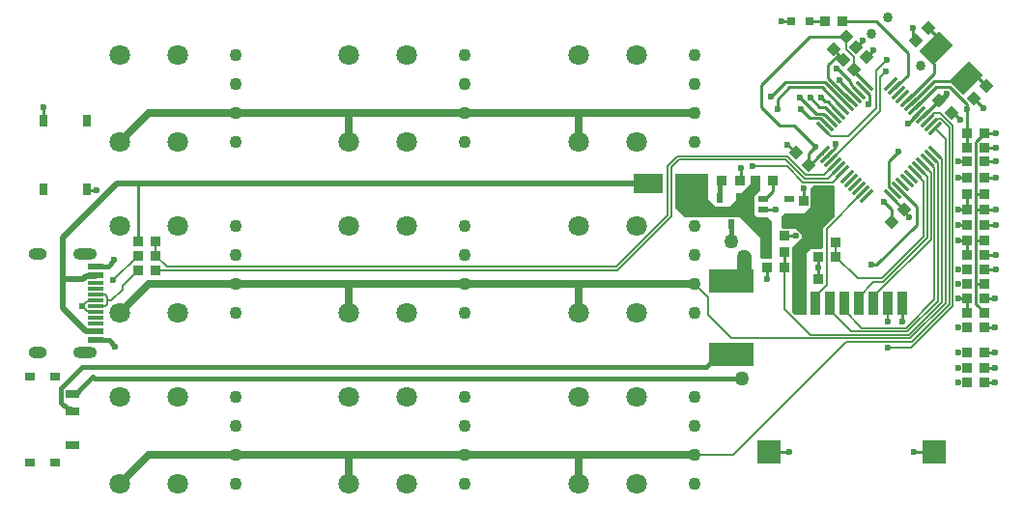
<source format=gbl>
G04*
G04 #@! TF.GenerationSoftware,Altium Limited,Altium Designer,19.1.9 (167)*
G04*
G04 Layer_Physical_Order=2*
G04 Layer_Color=16711680*
%FSLAX25Y25*%
%MOIN*%
G70*
G01*
G75*
%ADD10C,0.00600*%
%ADD24C,0.02000*%
%ADD25C,0.01000*%
%ADD26C,0.02500*%
%ADD27C,0.01500*%
%ADD28O,0.08268X0.03937*%
%ADD29O,0.06299X0.03937*%
%ADD30C,0.03400*%
%ADD31C,0.07087*%
%ADD32C,0.04331*%
%ADD33C,0.05000*%
%ADD34C,0.02362*%
%ADD35R,0.03543X0.03150*%
%ADD36R,0.04921X0.03150*%
G04:AMPARAMS|DCode=37|XSize=66.93mil|YSize=94.49mil|CornerRadius=0mil|HoleSize=0mil|Usage=FLASHONLY|Rotation=315.000|XOffset=0mil|YOffset=0mil|HoleType=Round|Shape=Rectangle|*
%AMROTATEDRECTD37*
4,1,4,-0.05707,-0.00974,0.00974,0.05707,0.05707,0.00974,-0.00974,-0.05707,-0.05707,-0.00974,0.0*
%
%ADD37ROTATEDRECTD37*%

%ADD38R,0.07874X0.07874*%
%ADD39R,0.03543X0.07874*%
%ADD40R,0.03347X0.03347*%
%ADD41R,0.15748X0.07874*%
%ADD42P,0.04733X4X90.0*%
%ADD43R,0.03150X0.03150*%
G04:AMPARAMS|DCode=44|XSize=11mil|YSize=58mil|CornerRadius=0mil|HoleSize=0mil|Usage=FLASHONLY|Rotation=315.000|XOffset=0mil|YOffset=0mil|HoleType=Round|Shape=Rectangle|*
%AMROTATEDRECTD44*
4,1,4,-0.02439,-0.01662,0.01662,0.02439,0.02439,0.01662,-0.01662,-0.02439,-0.02439,-0.01662,0.0*
%
%ADD44ROTATEDRECTD44*%

G04:AMPARAMS|DCode=45|XSize=11mil|YSize=58mil|CornerRadius=0mil|HoleSize=0mil|Usage=FLASHONLY|Rotation=45.000|XOffset=0mil|YOffset=0mil|HoleType=Round|Shape=Rectangle|*
%AMROTATEDRECTD45*
4,1,4,0.01662,-0.02439,-0.02439,0.01662,-0.01662,0.02439,0.02439,-0.01662,0.01662,-0.02439,0.0*
%
%ADD45ROTATEDRECTD45*%

%ADD46R,0.09843X0.06693*%
%ADD47R,0.05709X0.01181*%
%ADD48R,0.05709X0.02362*%
%ADD49R,0.02953X0.03937*%
%ADD50P,0.04733X4X180.0*%
%ADD51R,0.03347X0.03347*%
%ADD52R,0.02362X0.03543*%
%ADD53R,0.03543X0.02362*%
%ADD54C,0.05000*%
G36*
X236100Y123350D02*
D01*
D01*
Y114800D01*
X238700Y112200D01*
X243500Y112200D01*
X245900Y114600D01*
X245900Y116800D01*
X247600Y116800D01*
X250800Y120000D01*
X250800Y122700D01*
X254000D01*
X254000Y117900D01*
X252000Y115900D01*
Y109600D01*
X253200Y108400D01*
X256700D01*
X258200Y106900D01*
X258200Y94400D01*
X257900Y94100D01*
X254700D01*
X254100Y94700D01*
Y101500D01*
X254000D01*
X247000Y108500D01*
X228200D01*
X224900Y111800D01*
Y123350D01*
X236100D01*
D02*
G37*
G36*
X279200Y119600D02*
X279700Y119100D01*
Y108500D01*
X275900Y104700D01*
X275900Y98000D01*
X275300Y97400D01*
X271500D01*
X270100Y96000D01*
X270100Y75100D01*
X269700Y74700D01*
X266000Y74700D01*
X265200Y75500D01*
X265200Y98000D01*
X268500Y101300D01*
X268500Y102600D01*
X266600Y104500D01*
X262200D01*
X261600Y105100D01*
X261600Y108900D01*
X262400Y109700D01*
X269200Y109700D01*
X271300Y111800D01*
Y118400D01*
X272500Y119600D01*
X279200Y119600D01*
D02*
G37*
D10*
X306431Y65443D02*
X319300Y78312D01*
X283742Y65443D02*
X306431D01*
X244796Y26496D02*
X283742Y65443D01*
X305934Y66642D02*
X318100Y78809D01*
X244057Y66642D02*
X305934D01*
X305437Y67843D02*
X316800Y79206D01*
X271458Y67843D02*
X305437D01*
X304940Y69042D02*
X315400Y79503D01*
X285457Y69042D02*
X304940D01*
X297976Y72324D02*
Y78681D01*
X304443Y70243D02*
X314200Y80000D01*
X289258Y70243D02*
X304443D01*
X277976Y76524D02*
X285457Y69042D01*
X236000Y74700D02*
X244057Y66642D01*
X319300Y78312D02*
Y139503D01*
X282976Y76524D02*
X289258Y70243D01*
X231386Y26496D02*
X244796D01*
X262551Y76749D02*
X271458Y67843D01*
X277976Y76524D02*
Y78681D01*
X231386Y85551D02*
X236000Y80937D01*
Y74700D02*
Y80937D01*
X263406Y126100D02*
X268925Y120581D01*
X295400Y153621D02*
X295438Y153583D01*
X295400Y145703D02*
X295438Y145741D01*
X294238Y146238D02*
Y153086D01*
X294200Y153124D02*
X294238Y153086D01*
X284300Y136300D02*
X294238Y146238D01*
X295400Y145158D02*
Y145703D01*
X295438Y145741D02*
Y153583D01*
X275625Y139101D02*
X278427Y136300D01*
X279167Y120581D02*
X282555Y123969D01*
X251500Y126100D02*
X263406D01*
X278427Y136300D02*
X284300D01*
X294200Y153124D02*
Y159200D01*
X297849Y162848D01*
X295400Y153621D02*
Y156700D01*
X278383Y128141D02*
X295400Y145158D01*
Y156700D02*
X297400Y158700D01*
X268925Y120581D02*
X279167D01*
X34100Y84851D02*
X39449Y90200D01*
X34100Y83500D02*
Y84851D01*
X30226Y79626D02*
X34100Y83500D01*
X296503Y86100D02*
X311800Y101397D01*
X293230Y86100D02*
X296503D01*
X287976Y80847D02*
X293230Y86100D01*
X223400Y125703D02*
X226097Y128400D01*
X223400Y108700D02*
Y125703D01*
X204900Y90200D02*
X223400Y108700D01*
X222200Y126200D02*
X225600Y129600D01*
X222200Y109197D02*
Y126200D01*
X204403Y91400D02*
X222200Y109197D01*
X28878Y79626D02*
Y80873D01*
X28058Y81693D02*
X28878Y80873D01*
X24783Y81693D02*
X28058D01*
X30900Y86651D02*
X39449Y95200D01*
X28878Y79626D02*
X30226D01*
X20000Y77756D02*
X21678Y79434D01*
X24493D01*
X24783Y79724D01*
X20000Y77756D02*
X21678Y76078D01*
X24493D01*
X24783Y75787D01*
X269422Y121781D02*
X277538D01*
X269919Y122981D02*
X276051D01*
X277538Y121781D02*
X281141Y125383D01*
X276051Y122981D02*
X279797Y126727D01*
X263300Y129600D02*
X269919Y122981D01*
X262803Y128400D02*
X269422Y121781D01*
X45551Y90200D02*
X204900D01*
X49351Y91400D02*
X204403D01*
X45551Y95200D02*
X49351Y91400D01*
X39400Y100049D02*
X39449Y100000D01*
X45551Y95200D02*
Y100000D01*
X28878Y78478D02*
Y79626D01*
X28156Y77756D02*
X28878Y78478D01*
X24783Y77756D02*
X28156D01*
X226097Y128400D02*
X262803D01*
X225600Y129600D02*
X263300D01*
X287851Y87300D02*
X296006D01*
X280251Y94900D02*
X287851Y87300D01*
X310600Y101894D02*
Y120814D01*
X296006Y87300D02*
X310600Y101894D01*
X280251Y94900D02*
Y99800D01*
X277200Y104613D02*
X289555Y116969D01*
X277200Y85100D02*
Y104613D01*
X274448Y82348D02*
X277200Y85100D01*
X274448Y80153D02*
Y82348D01*
X272976Y78681D02*
X274448Y80153D01*
X262551Y76749D02*
Y91000D01*
X305985Y63300D02*
X320500Y77815D01*
Y140000D01*
X298000Y63300D02*
X305985D01*
X318100Y78809D02*
Y135376D01*
X318950Y139853D02*
Y139900D01*
X316409Y142441D02*
X318950Y139900D01*
X315381Y142441D02*
X316409D01*
X313385Y140445D02*
X315381Y142441D01*
X316247Y144300D02*
X320150Y140397D01*
X314058Y144300D02*
X316247D01*
X320150Y140350D02*
Y140397D01*
X318950Y139853D02*
X319300Y139503D01*
X320150Y140350D02*
X320500Y140000D01*
X311617Y141859D02*
X314058Y144300D01*
X313031Y140445D02*
X313385D01*
X314375Y139101D02*
X318100Y135376D01*
X316800Y79206D02*
Y128447D01*
X314375Y130872D02*
X316800Y128447D01*
X314375Y130872D02*
Y130899D01*
X313031Y129555D02*
X315400Y127187D01*
Y79503D02*
Y127187D01*
X311617Y128141D02*
X314200Y125558D01*
Y80000D02*
Y125558D01*
X310203Y126727D02*
X313000Y123930D01*
Y100900D02*
Y123930D01*
X294248Y82148D02*
X313000Y100900D01*
X308859Y125383D02*
X311800Y122443D01*
Y101397D02*
Y122443D01*
X307445Y123969D02*
X310600Y120814D01*
X294248Y79953D02*
Y82148D01*
X292976Y78681D02*
X294248Y79953D01*
X282976Y76524D02*
Y78681D01*
X272976D02*
Y80847D01*
X24783Y75787D02*
X27047D01*
X287976Y78681D02*
Y80847D01*
X45551Y90200D02*
X46451Y91100D01*
X286343Y159343D02*
Y163657D01*
X283658Y166342D02*
X286343Y163657D01*
X283658Y166342D02*
Y170658D01*
D24*
X21450Y69276D02*
X24799D01*
X13500Y77226D02*
X21450Y69276D01*
X247740Y114437D02*
Y115028D01*
X39400Y120100D02*
X215426D01*
X32204D02*
X39400D01*
X13500Y101396D02*
X32204Y120100D01*
X13500Y86900D02*
Y101396D01*
X21450Y88205D02*
X24799D01*
X20484Y87239D02*
X21450Y88205D01*
X13500Y77226D02*
Y86900D01*
X13839Y87239D01*
X20484D01*
X24799Y88205D02*
X24980Y88386D01*
X24799Y69276D02*
X24980Y69095D01*
X231174Y120100D02*
X232375Y118899D01*
D25*
X303000Y72500D02*
Y78705D01*
X302976Y78681D02*
X303000Y78705D01*
X291600Y147400D02*
X291681Y147481D01*
Y150835D01*
X289555Y152961D02*
X291681Y150835D01*
X289555Y152961D02*
Y153031D01*
X301700Y131100D02*
X301737D01*
X298319Y127719D02*
X301700Y131100D01*
X298319Y119589D02*
Y127719D01*
Y119589D02*
X298783Y119125D01*
Y118631D02*
Y119125D01*
Y118631D02*
X300445Y116969D01*
X305100Y140700D02*
Y140857D01*
X308859Y144617D01*
X280080Y132667D02*
X280139Y132726D01*
X276969Y129555D02*
X280080Y132667D01*
X280139Y132726D02*
Y133739D01*
X280080Y132667D02*
Y133680D01*
X280100Y133700D01*
X308000Y105763D02*
Y112242D01*
X294264Y92027D02*
X308000Y105763D01*
X259981Y145919D02*
Y149281D01*
X275931Y144241D02*
X278312Y141859D01*
X259981Y149281D02*
X264000Y153300D01*
X276561Y148339D02*
X277418D01*
X259981Y145919D02*
X260000Y145900D01*
X271500Y149700D02*
X274600Y146600D01*
X276470D02*
X279797Y143273D01*
X276414Y155000D02*
X283969Y147445D01*
X278312Y141859D02*
X278383D01*
X292500Y92000D02*
X292527Y92027D01*
X281661Y155269D02*
X286727Y150203D01*
X275200Y149700D02*
X276561Y148339D01*
X301859Y118383D02*
X308000Y112242D01*
X276898Y140445D02*
X276969D01*
X292527Y92027D02*
X294264D01*
X275286Y153300D02*
X282555Y146031D01*
X281400Y155900D02*
X281661Y155639D01*
X273359Y144241D02*
X275931D01*
X262700Y155000D02*
X276414D01*
X274600Y146600D02*
X276470D01*
X271159Y142641D02*
X274702D01*
X281661Y155269D02*
Y155639D01*
X267800Y149800D02*
X273359Y144241D01*
X274702Y142641D02*
X276898Y140445D01*
X264000Y153300D02*
X275286D01*
X275150Y149700D02*
X275200D01*
X280600Y159800D02*
X280726D01*
X285000Y155526D01*
X275625Y130828D02*
Y130899D01*
X285000Y154758D02*
X288141Y151617D01*
X257700Y150000D02*
X262700Y155000D01*
X277418Y148339D02*
X281141Y144617D01*
X285000Y154758D02*
Y155526D01*
X268100Y145700D02*
X271159Y142641D01*
X325449Y145700D02*
Y147551D01*
X315715Y148785D02*
X318030Y151100D01*
X310203Y143273D02*
X315715Y148785D01*
X267949Y86500D02*
X269000Y87551D01*
X254600Y154000D02*
X271257Y170658D01*
X254600Y146500D02*
Y154000D01*
Y146500D02*
X260900Y140200D01*
X265900D01*
X273200Y132900D01*
X271257Y170658D02*
X283658D01*
X270657Y130358D02*
X273200Y132900D01*
X270657Y126342D02*
Y130358D01*
X331551Y137500D02*
X335500D01*
X278232Y116432D02*
Y116732D01*
X278139Y116339D02*
X278232Y116432D01*
X277391Y116339D02*
X278139D01*
X269000Y99800D02*
Y107949D01*
Y99800D02*
X274149D01*
X269000Y87551D02*
Y99800D01*
X267949Y78709D02*
Y86500D01*
X264028Y107260D02*
X268311D01*
X248035Y115323D02*
X248358Y115000D01*
X247740Y115618D02*
X248035Y115323D01*
X247740Y115028D02*
Y115618D01*
X254972Y111000D02*
X259500D01*
X39400Y100049D02*
Y120100D01*
X269000Y114051D02*
Y118500D01*
X263500Y133500D02*
X266342Y130657D01*
X274000Y91035D02*
Y94751D01*
Y87251D02*
Y91035D01*
Y90998D02*
Y91035D01*
Y90998D02*
X274149Y90849D01*
X274000Y94751D02*
X274149Y94900D01*
X299342Y106843D02*
Y111158D01*
X296700Y113800D02*
X299342Y111158D01*
X322600Y127900D02*
X325049D01*
X322400D02*
X322600D01*
Y111221D02*
X322600Y111221D01*
X325449D01*
X322000Y127500D02*
X322400Y127900D01*
X325049D02*
X325199Y127750D01*
X325449Y128000D01*
X268311Y107260D02*
X269000Y107949D01*
X6700Y141922D02*
Y146500D01*
Y141922D02*
X6890Y141732D01*
X262551Y91000D02*
Y96500D01*
X325449Y95500D02*
X325449Y95500D01*
Y100500D01*
X335500Y111221D02*
X335500Y111221D01*
X331551Y111221D02*
X335500D01*
X305600Y108476D02*
Y108476D01*
X303658Y110419D02*
X305600Y108476D01*
X303658Y110419D02*
Y111158D01*
X328600Y111300D02*
X328679Y111221D01*
X331551D01*
X328600Y111300D02*
Y134549D01*
Y100300D02*
Y111300D01*
Y85400D02*
Y100300D01*
Y78451D02*
Y85400D01*
X328964Y116464D02*
X331515D01*
X331551Y116500D01*
X328600Y100300D02*
X328800Y100500D01*
X331551D01*
X328600Y85400D02*
X328700Y85500D01*
X331551D01*
X328600Y78451D02*
X331020Y76031D01*
X328600Y134549D02*
X331551Y137500D01*
Y122244D02*
X335500D01*
X325449Y137500D02*
Y145700D01*
X318030Y151100D02*
X318415D01*
Y150256D02*
Y151100D01*
X316817Y148658D02*
X318415Y150256D01*
X319500Y153500D02*
X325449Y147551D01*
X314914Y153500D02*
X319500D01*
X303569Y111158D02*
X303658D01*
X306700Y170800D02*
Y173700D01*
Y170800D02*
X307842Y169658D01*
Y169343D02*
Y169658D01*
X322600Y80500D02*
X325449D01*
X325449Y80500D01*
X277500Y156574D02*
X285215Y148859D01*
X277500Y156574D02*
Y161000D01*
X281093Y164593D01*
X285215Y148859D02*
X285383D01*
X293000Y166000D02*
X293131D01*
X294000Y176000D02*
X305000Y165000D01*
X290789Y163657D02*
X293131Y166000D01*
X305000Y157587D02*
Y165000D01*
X300445Y153031D02*
X305000Y157587D01*
X287158Y167157D02*
X289500Y169500D01*
X282551Y176000D02*
X294000D01*
X281093Y164593D02*
X282842Y162843D01*
X279343Y166342D02*
X281093Y164593D01*
X327658Y149343D02*
X331000Y146000D01*
X307195Y168695D02*
X307842Y168048D01*
X21764Y117878D02*
X25071D01*
X325449Y132500D02*
Y137500D01*
X331551Y132500D02*
X335500D01*
X261500Y176000D02*
X264701D01*
X271000D02*
X276449D01*
X307445Y146031D02*
X314914Y153500D01*
X290657Y163657D02*
X290789D01*
X320657Y144343D02*
X323000Y142000D01*
X320158Y144343D02*
X320657D01*
X286343Y158931D02*
X290899Y154375D01*
X286343Y158931D02*
Y159343D01*
X270657Y126342D02*
X271069D01*
X275625Y130899D01*
X299101Y115625D02*
X303569Y111158D01*
X326548Y149343D02*
X327658D01*
X314086Y155500D02*
X320026D01*
X320150Y155376D01*
X324176D01*
X325150Y156350D01*
X306031Y147445D02*
X314086Y155500D01*
X314000Y158243D02*
Y161526D01*
X313876Y161650D02*
X314000Y161526D01*
X313876Y161650D02*
Y165676D01*
X314850Y166650D01*
X304617Y148859D02*
X314000Y158243D01*
X325150Y156350D02*
X325295Y156495D01*
X329320D01*
X332157Y153657D01*
X314850Y166650D02*
X314995Y166795D01*
Y170820D01*
X312158Y173658D02*
X314995Y170820D01*
X331551Y51500D02*
X335250D01*
X331551Y56500D02*
X335250D01*
X331551Y61654D02*
X335250D01*
X322600Y122244D02*
X325449D01*
Y111221D02*
Y116500D01*
X335500Y105709D02*
X335500Y105709D01*
X331551Y105709D02*
X335500D01*
X325449Y105709D02*
X325449Y105709D01*
X322600Y105709D02*
X325449D01*
Y100500D02*
X325449Y100500D01*
X322600Y100500D02*
X325449D01*
X335500Y95500D02*
X335500Y95500D01*
X331551Y95500D02*
X335500D01*
Y90500D02*
X335500Y90500D01*
X331551Y90500D02*
X335500D01*
X335250Y80500D02*
X335250Y80500D01*
X331551Y80500D02*
X335250D01*
Y70500D02*
X335250Y70500D01*
X331551Y70500D02*
X335250D01*
X325449Y75500D02*
Y80500D01*
X335250Y127750D02*
X335500Y128000D01*
X335250Y127750D02*
X335500D01*
X331551D02*
X335250D01*
X256449Y87051D02*
X256500Y87000D01*
X256449Y87051D02*
Y91000D01*
X262551Y102000D02*
X266000D01*
X254972Y107260D02*
X255563D01*
X247051Y121000D02*
X247500Y121449D01*
Y125500D01*
X256953Y27500D02*
X264000D01*
X307000D02*
X314000D01*
X274000Y87251D02*
X274051Y87200D01*
X267949Y78709D02*
X267976Y78681D01*
X112252Y144173D02*
X112685Y144606D01*
X191386Y144173D02*
X191819Y144606D01*
X112252Y85177D02*
X112626Y85551D01*
X191386Y85118D02*
X191819Y85551D01*
X112252Y26063D02*
X112685Y26496D01*
X191386Y26063D02*
X191819Y26496D01*
X256421Y115421D02*
X258551Y117551D01*
X255654Y115421D02*
X256421D01*
X254972Y114740D02*
X255654Y115421D01*
X258551Y117551D02*
Y121000D01*
X240260Y120311D02*
X240949Y121000D01*
X242500Y61100D02*
X242595Y61006D01*
D26*
X112685Y144606D02*
X152252D01*
X73118D02*
X112685D01*
X112252Y134606D02*
Y144173D01*
X191819Y144606D02*
X231386D01*
X152252D02*
X191819D01*
X191386Y134606D02*
Y144173D01*
X43118Y144606D02*
X73118D01*
X33118Y134606D02*
X43118Y144606D01*
X112626Y85551D02*
X152252D01*
X73000D02*
X112626D01*
X112252Y75551D02*
Y85177D01*
X191819Y85551D02*
X231386D01*
X152252D02*
X191819D01*
X191386Y75551D02*
Y85118D01*
X43000Y85551D02*
X73000D01*
X33000Y75551D02*
X43000Y85551D01*
X112685Y26496D02*
X152252D01*
X73118D02*
X112685D01*
X112252Y16496D02*
Y26063D01*
X191819Y26496D02*
X231386D01*
X152252D02*
X191819D01*
X191386Y16496D02*
Y26063D01*
X43118Y26496D02*
X73118D01*
X33118Y16496D02*
X43118Y26496D01*
D27*
X237900Y59100D02*
Y60600D01*
X235500Y56700D02*
X237900Y59100D01*
X20227Y56700D02*
X235500D01*
X24400Y52900D02*
X247800D01*
X23800Y53500D02*
X24400Y52900D01*
X244100Y100100D02*
Y105872D01*
X244000Y105972D02*
X244100Y105872D01*
X12921Y49394D02*
X20227Y56700D01*
X18641Y48341D02*
X23800Y53500D01*
X12921Y44479D02*
Y49394D01*
Y44479D02*
X15022Y42378D01*
X16105D01*
X16930Y41553D01*
X18641Y48283D02*
Y48341D01*
X17816Y47458D02*
X18641Y48283D01*
X16930Y47458D02*
X17816D01*
X29057Y91578D02*
X31179Y93700D01*
X25121Y91578D02*
X29057D01*
X24980Y91437D02*
X25121Y91578D01*
X24980Y66043D02*
X29357D01*
X31600Y63800D01*
X240260Y115028D02*
Y120311D01*
D28*
X21181Y95748D02*
D03*
Y61732D02*
D03*
D29*
X4724Y95748D02*
D03*
Y61732D02*
D03*
D30*
X309439Y160626D02*
D03*
X292468Y171939D02*
D03*
X298125Y177596D02*
D03*
D31*
X191386Y134606D02*
D03*
X211386Y164606D02*
D03*
X191386D02*
D03*
X211386Y134606D02*
D03*
Y75551D02*
D03*
X191386Y105551D02*
D03*
X211386D02*
D03*
X191386Y75551D02*
D03*
X211386Y16496D02*
D03*
X191386Y46496D02*
D03*
X211386D02*
D03*
X191386Y16496D02*
D03*
X132252Y134606D02*
D03*
X112252Y164606D02*
D03*
X132252D02*
D03*
X112252Y134606D02*
D03*
X132252Y75551D02*
D03*
X112252Y105551D02*
D03*
X132252D02*
D03*
X112252Y75551D02*
D03*
X132252Y16496D02*
D03*
X112252Y46496D02*
D03*
X132252D02*
D03*
X112252Y16496D02*
D03*
X53118Y134606D02*
D03*
X33118Y164606D02*
D03*
X53118D02*
D03*
X33118Y134606D02*
D03*
X53000Y75551D02*
D03*
X33000Y105551D02*
D03*
X53000D02*
D03*
X33000Y75551D02*
D03*
X53118Y16496D02*
D03*
X33118Y46496D02*
D03*
X53118D02*
D03*
X33118Y16496D02*
D03*
D32*
X231386Y134606D02*
D03*
Y154606D02*
D03*
Y144606D02*
D03*
Y164606D02*
D03*
Y105551D02*
D03*
Y85551D02*
D03*
Y95551D02*
D03*
Y75551D02*
D03*
Y46496D02*
D03*
Y26496D02*
D03*
Y36496D02*
D03*
Y16496D02*
D03*
X152252Y164606D02*
D03*
Y144606D02*
D03*
Y154606D02*
D03*
Y134606D02*
D03*
Y105551D02*
D03*
Y85551D02*
D03*
Y95551D02*
D03*
Y75551D02*
D03*
Y46496D02*
D03*
Y26496D02*
D03*
Y36496D02*
D03*
Y16496D02*
D03*
X73118Y164606D02*
D03*
Y144606D02*
D03*
Y154606D02*
D03*
Y134606D02*
D03*
X73000Y105551D02*
D03*
Y85551D02*
D03*
Y95551D02*
D03*
Y75551D02*
D03*
X73118Y46496D02*
D03*
Y26496D02*
D03*
Y36496D02*
D03*
Y16496D02*
D03*
D33*
X247800Y52900D02*
D03*
X248600Y94800D02*
D03*
X244100Y100100D02*
D03*
D34*
X297976Y72324D02*
D03*
X303000Y72500D02*
D03*
X291600Y147400D02*
D03*
X301737Y131100D02*
D03*
X305100Y140700D02*
D03*
X280100Y133700D02*
D03*
X251500Y126100D02*
D03*
X281400Y155900D02*
D03*
X257700Y150000D02*
D03*
X275150Y149800D02*
D03*
X271600D02*
D03*
X268100Y145700D02*
D03*
X297849Y162848D02*
D03*
X260000Y145900D02*
D03*
X297400Y158700D02*
D03*
X292500Y92000D02*
D03*
X280600Y159800D02*
D03*
X267800Y149800D02*
D03*
X273200Y132900D02*
D03*
X335500Y137500D02*
D03*
X277665Y108465D02*
D03*
X278232Y116732D02*
D03*
X30900Y86651D02*
D03*
X20000Y77756D02*
D03*
X259500Y111000D02*
D03*
X269000Y118500D02*
D03*
X263500Y133500D02*
D03*
X274000Y91035D02*
D03*
X296700Y113800D02*
D03*
X322600Y127900D02*
D03*
Y111221D02*
D03*
X298000Y63300D02*
D03*
X6700Y146500D02*
D03*
X335500Y111221D02*
D03*
X305600Y108476D02*
D03*
X335500Y122244D02*
D03*
X325400Y145700D02*
D03*
X318415Y151100D02*
D03*
X306700Y173700D02*
D03*
X322600Y85500D02*
D03*
Y90500D02*
D03*
Y80500D02*
D03*
X31600Y63800D02*
D03*
X31179Y93700D02*
D03*
X293000Y166000D02*
D03*
X289500Y169500D02*
D03*
X25071Y117878D02*
D03*
X335500Y132500D02*
D03*
X261500Y176000D02*
D03*
X323000Y142000D02*
D03*
X331000Y146000D02*
D03*
X322600Y56500D02*
D03*
Y51500D02*
D03*
X335250D02*
D03*
Y56500D02*
D03*
Y61654D02*
D03*
X322600D02*
D03*
X335500Y105709D02*
D03*
Y95500D02*
D03*
Y90500D02*
D03*
X322600Y70500D02*
D03*
X335250D02*
D03*
Y80500D02*
D03*
X322600Y100500D02*
D03*
Y105709D02*
D03*
Y122244D02*
D03*
X335500Y127750D02*
D03*
X256500Y87000D02*
D03*
X266500Y102000D02*
D03*
X247500Y125500D02*
D03*
X307000Y27500D02*
D03*
X264000D02*
D03*
D35*
X1969Y53561D02*
D03*
X10631D02*
D03*
X1969Y23639D02*
D03*
X10631D02*
D03*
D36*
X16930Y29742D02*
D03*
Y47458D02*
D03*
Y41553D02*
D03*
D37*
X314850Y166650D02*
D03*
X325150Y156350D02*
D03*
D38*
X314000Y27500D02*
D03*
X256953D02*
D03*
D39*
X302976Y78681D02*
D03*
X297976D02*
D03*
X292976D02*
D03*
X287976D02*
D03*
X282976D02*
D03*
X277976D02*
D03*
X272976D02*
D03*
X267976D02*
D03*
D40*
X45551Y90200D02*
D03*
X39449D02*
D03*
X45551Y95200D02*
D03*
X39449D02*
D03*
X45551Y100000D02*
D03*
X39449D02*
D03*
X276449Y176000D02*
D03*
X282551D02*
D03*
X331551Y95500D02*
D03*
X325449D02*
D03*
X331551Y111221D02*
D03*
X325449D02*
D03*
X331551Y85500D02*
D03*
X325449D02*
D03*
X331551Y90500D02*
D03*
X325449D02*
D03*
X331551Y61654D02*
D03*
X325449D02*
D03*
Y56500D02*
D03*
X331551D02*
D03*
X325449Y51500D02*
D03*
X331551D02*
D03*
X325449Y70500D02*
D03*
X331551D02*
D03*
X325449Y122244D02*
D03*
X331551D02*
D03*
X325449Y105709D02*
D03*
X331551D02*
D03*
Y116500D02*
D03*
X325449D02*
D03*
Y127750D02*
D03*
X331551D02*
D03*
X262551Y96500D02*
D03*
X256449D02*
D03*
Y91000D02*
D03*
X262551D02*
D03*
X331551Y80500D02*
D03*
X325449D02*
D03*
Y75500D02*
D03*
X331551D02*
D03*
X325449Y137500D02*
D03*
X331551D02*
D03*
Y132500D02*
D03*
X325449D02*
D03*
Y100500D02*
D03*
X331551D02*
D03*
X267949Y87200D02*
D03*
X274051D02*
D03*
X258551Y121000D02*
D03*
X252449D02*
D03*
X256449Y102000D02*
D03*
X262551D02*
D03*
X247051Y121000D02*
D03*
X240949D02*
D03*
X280251Y99800D02*
D03*
X274149D02*
D03*
X280251Y94900D02*
D03*
D41*
X244094Y61100D02*
D03*
Y86614D02*
D03*
D42*
X283658Y170658D02*
D03*
X279343Y166342D02*
D03*
X290657Y163657D02*
D03*
X286343Y159343D02*
D03*
X299342Y106843D02*
D03*
X303658Y111158D02*
D03*
X287158Y167157D02*
D03*
X282842Y162843D02*
D03*
X307842Y169343D02*
D03*
X312158Y173658D02*
D03*
X327842Y149343D02*
D03*
X332157Y153657D02*
D03*
D43*
X271000Y176000D02*
D03*
X264701D02*
D03*
D44*
X299101Y154375D02*
D03*
X300445Y153031D02*
D03*
X301859Y151617D02*
D03*
X303273Y150203D02*
D03*
X304617Y148859D02*
D03*
X306031Y147445D02*
D03*
X307445Y146031D02*
D03*
X308859Y144617D02*
D03*
X310203Y143273D02*
D03*
X311617Y141859D02*
D03*
X313031Y140445D02*
D03*
X314375Y139101D02*
D03*
X290899Y115625D02*
D03*
X289555Y116969D02*
D03*
X288141Y118383D02*
D03*
X286727Y119797D02*
D03*
X285383Y121141D02*
D03*
X283969Y122555D02*
D03*
X282555Y123969D02*
D03*
X281141Y125383D02*
D03*
X279797Y126727D02*
D03*
X278383Y128141D02*
D03*
X276969Y129555D02*
D03*
X275625Y130899D02*
D03*
D45*
X314375D02*
D03*
X313031Y129555D02*
D03*
X311617Y128141D02*
D03*
X310203Y126727D02*
D03*
X308859Y125383D02*
D03*
X307445Y123969D02*
D03*
X306031Y122555D02*
D03*
X304617Y121141D02*
D03*
X303273Y119797D02*
D03*
X301859Y118383D02*
D03*
X300445Y116969D02*
D03*
X299101Y115625D02*
D03*
X275625Y139101D02*
D03*
X276969Y140445D02*
D03*
X278383Y141859D02*
D03*
X279797Y143273D02*
D03*
X281141Y144617D02*
D03*
X282555Y146031D02*
D03*
X283969Y147445D02*
D03*
X285383Y148859D02*
D03*
X286727Y150203D02*
D03*
X288141Y151617D02*
D03*
X290899Y154375D02*
D03*
X289555Y153031D02*
D03*
D46*
X215426Y120100D02*
D03*
X231174D02*
D03*
D47*
X24783Y85630D02*
D03*
Y83661D02*
D03*
Y75787D02*
D03*
Y79724D02*
D03*
Y77756D02*
D03*
Y81693D02*
D03*
Y73819D02*
D03*
Y71850D02*
D03*
D48*
Y91437D02*
D03*
Y69095D02*
D03*
Y88386D02*
D03*
Y66043D02*
D03*
D49*
X6890Y141732D02*
D03*
X21654D02*
D03*
X6890Y118110D02*
D03*
X21654D02*
D03*
D50*
X266342Y130657D02*
D03*
X270657Y126342D02*
D03*
X320158Y144343D02*
D03*
X315843Y148658D02*
D03*
D51*
X269000Y107949D02*
D03*
Y114051D02*
D03*
X274149Y94900D02*
D03*
D52*
X240260Y115028D02*
D03*
X244000Y105972D02*
D03*
X247740Y115028D02*
D03*
D53*
X264028Y114740D02*
D03*
X254972D02*
D03*
Y111000D02*
D03*
X264028Y107260D02*
D03*
X254972D02*
D03*
D54*
X248600Y85600D02*
Y94800D01*
X248000Y85000D02*
X248600Y85600D01*
X246386Y86614D02*
X248000Y85000D01*
X244094Y86614D02*
X246386D01*
M02*

</source>
